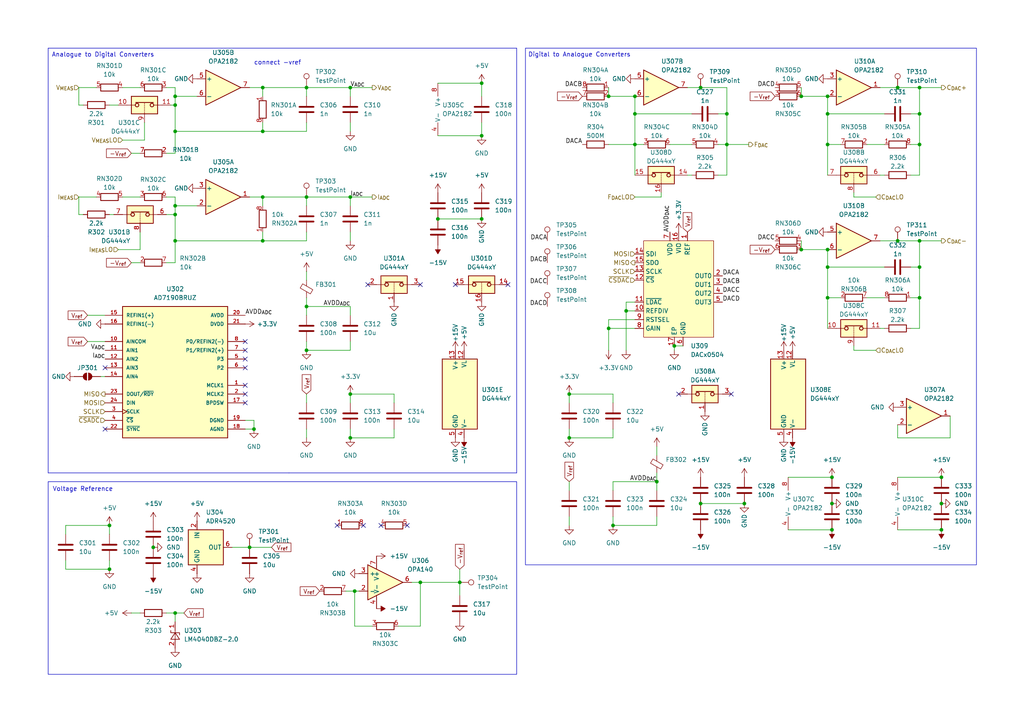
<source format=kicad_sch>
(kicad_sch (version 20231120) (generator "eeschema") (generator_version "8.0")
  (paper "A4")
  (title_block (title "DSMU A1 - Main Analogue Board, Data Converters") (date "2024-08-23") (rev "DRAFT 1") (company "Fuckup Industries"))
  (junction (at 240.03 41.91))
  (junction (at 266.7 69.85))
  (junction (at 139.7 39.37))
  (junction (at 76.2 38.1))
  (junction (at 121.92 168.91))
  (junction (at 210.82 33.02))
  (junction (at 241.3 138.43))
  (junction (at 139.7 63.5))
  (junction (at 266.7 25.4))
  (junction (at 273.05 138.43))
  (junction (at 31.75 152.4))
  (junction (at 181.61 90.17))
  (junction (at 195.58 100.33))
  (junction (at 165.1 114.3))
  (junction (at 102.87 171.45))
  (junction (at 76.2 69.85))
  (junction (at 177.8 152.4))
  (junction (at 88.9 25.4))
  (junction (at 101.6 57.15))
  (junction (at 31.75 165.1))
  (junction (at 184.15 41.91))
  (junction (at 101.6 127))
  (junction (at 203.2 25.4))
  (junction (at 266.7 86.36))
  (junction (at 176.53 27.94))
  (junction (at 190.5 139.7))
  (junction (at 240.03 33.02))
  (junction (at 215.9 146.05))
  (junction (at 240.03 72.39))
  (junction (at 76.2 57.15))
  (junction (at 266.7 41.91))
  (junction (at 72.39 158.75))
  (junction (at 266.7 77.47))
  (junction (at 260.35 69.85))
  (junction (at 232.41 72.39))
  (junction (at 73.66 124.46))
  (junction (at 50.8 177.8))
  (junction (at 232.41 27.94))
  (junction (at 273.05 153.67))
  (junction (at 203.2 146.05))
  (junction (at 273.05 146.05))
  (junction (at 88.9 101.6))
  (junction (at 240.03 27.94))
  (junction (at 44.45 158.75))
  (junction (at 50.8 59.69))
  (junction (at 241.3 146.05))
  (junction (at 88.9 88.9))
  (junction (at 240.03 77.47))
  (junction (at 184.15 33.02))
  (junction (at 50.8 38.1))
  (junction (at 184.15 27.94))
  (junction (at 50.8 27.94))
  (junction (at 101.6 114.3))
  (junction (at 50.8 62.23))
  (junction (at 240.03 86.36))
  (junction (at 88.9 57.15))
  (junction (at 139.7 24.13))
  (junction (at 50.8 69.85))
  (junction (at 127 63.5))
  (junction (at 133.35 168.91))
  (junction (at 176.53 95.25))
  (junction (at 101.6 25.4))
  (junction (at 241.3 153.67))
  (junction (at 165.1 127))
  (junction (at 210.82 41.91))
  (junction (at 50.8 30.48))
  (junction (at 76.2 25.4))
  (junction (at 266.7 33.02))
  (junction (at 260.35 25.4))
  (no_connect (at 118.11 152.4))
  (no_connect (at 106.68 82.55))
  (no_connect (at 196.85 114.3))
  (no_connect (at 30.48 124.46))
  (no_connect (at 71.12 116.84))
  (no_connect (at 30.48 106.68))
  (no_connect (at 121.92 82.55))
  (no_connect (at 105.41 152.4))
  (no_connect (at 71.12 101.6))
  (no_connect (at 212.09 114.3))
  (no_connect (at 97.79 152.4))
  (no_connect (at 110.49 152.4))
  (no_connect (at 147.32 82.55))
  (no_connect (at 71.12 114.3))
  (no_connect (at 132.08 82.55))
  (no_connect (at 71.12 104.14))
  (no_connect (at 71.12 111.76))
  (no_connect (at 71.12 99.06))
  (no_connect (at 71.12 106.68))
  (wire (pts (xy 247.65 57.15) (xy 247.65 55.88)))
  (wire (pts (xy 228.6 153.67) (xy 241.3 153.67)))
  (wire (pts (xy 266.7 77.47) (xy 266.7 86.36)))
  (wire (pts (xy 165.1 114.3) (xy 177.8 114.3)))
  (wire (pts (xy 19.05 152.4) (xy 31.75 152.4)))
  (wire (pts (xy 181.61 101.6) (xy 181.61 90.17)))
  (wire (pts (xy 266.7 69.85) (xy 266.7 77.47)))
  (wire (pts (xy 73.66 121.92) (xy 73.66 124.46)))
  (wire (pts (xy 50.8 57.15) (xy 50.8 59.69)))
  (wire (pts (xy 266.7 41.91) (xy 266.7 50.8)))
  (wire (pts (xy 260.35 69.85) (xy 266.7 69.85)))
  (wire (pts (xy 71.12 121.92) (xy 73.66 121.92)))
  (wire (pts (xy 255.27 25.4) (xy 260.35 25.4)))
  (wire (pts (xy 210.82 25.4) (xy 210.82 33.02)))
  (wire (pts (xy 88.9 88.9) (xy 101.6 88.9)))
  (wire (pts (xy 139.7 35.56) (xy 139.7 39.37)))
  (wire (pts (xy 31.75 162.56) (xy 31.75 165.1)))
  (wire (pts (xy 50.8 177.8) (xy 53.34 177.8)))
  (wire (pts (xy 195.58 101.6) (xy 195.58 100.33)))
  (wire (pts (xy 184.15 41.91) (xy 184.15 33.02)))
  (wire (pts (xy 100.33 171.45) (xy 102.87 171.45)))
  (wire (pts (xy 38.1 44.45) (xy 40.64 44.45)))
  (wire (pts (xy 203.2 25.4) (xy 210.82 25.4)))
  (wire (pts (xy 177.8 139.7) (xy 177.8 142.24)))
  (wire (pts (xy 210.82 33.02) (xy 210.82 41.91)))
  (wire (pts (xy 264.16 33.02) (xy 266.7 33.02)))
  (wire (pts (xy 255.27 69.85) (xy 260.35 69.85)))
  (wire (pts (xy 176.53 101.6) (xy 176.53 95.25)))
  (wire (pts (xy 76.2 69.85) (xy 88.9 69.85)))
  (wire (pts (xy 275.59 127) (xy 275.59 120.65)))
  (wire (pts (xy 50.8 38.1) (xy 76.2 38.1)))
  (wire (pts (xy 38.1 177.8) (xy 40.64 177.8)))
  (wire (pts (xy 88.9 69.85) (xy 88.9 67.31)))
  (wire (pts (xy 181.61 90.17) (xy 181.61 87.63)))
  (wire (pts (xy 88.9 25.4) (xy 101.6 25.4)))
  (wire (pts (xy 255.27 50.8) (xy 256.54 50.8)))
  (wire (pts (xy 184.15 33.02) (xy 184.15 27.94)))
  (wire (pts (xy 264.16 86.36) (xy 266.7 86.36)))
  (wire (pts (xy 31.75 62.23) (xy 33.02 62.23)))
  (wire (pts (xy 22.86 25.4) (xy 22.86 30.48)))
  (wire (pts (xy 195.58 100.33) (xy 198.12 100.33)))
  (wire (pts (xy 19.05 165.1) (xy 31.75 165.1)))
  (wire (pts (xy 88.9 38.1) (xy 88.9 35.56)))
  (wire (pts (xy 264.16 41.91) (xy 266.7 41.91)))
  (wire (pts (xy 101.6 67.31) (xy 101.6 69.85)))
  (wire (pts (xy 101.6 127) (xy 114.3 127)))
  (wire (pts (xy 67.31 158.75) (xy 72.39 158.75)))
  (wire (pts (xy 165.1 114.3) (xy 165.1 116.84)))
  (wire (pts (xy 115.57 181.61) (xy 121.92 181.61)))
  (wire (pts (xy 208.28 41.91) (xy 210.82 41.91)))
  (wire (pts (xy 31.75 152.4) (xy 31.75 154.94)))
  (wire (pts (xy 48.26 25.4) (xy 50.8 25.4)))
  (wire (pts (xy 35.56 57.15) (xy 40.64 57.15)))
  (wire (pts (xy 266.7 25.4) (xy 273.05 25.4)))
  (wire (pts (xy 184.15 92.71) (xy 176.53 92.71)))
  (wire (pts (xy 240.03 33.02) (xy 256.54 33.02)))
  (wire (pts (xy 19.05 152.4) (xy 19.05 154.94)))
  (wire (pts (xy 101.6 57.15) (xy 107.95 57.15)))
  (wire (pts (xy 73.66 124.46) (xy 71.12 124.46)))
  (wire (pts (xy 266.7 33.02) (xy 266.7 41.91)))
  (wire (pts (xy 40.64 72.39) (xy 40.64 67.31)))
  (wire (pts (xy 48.26 62.23) (xy 50.8 62.23)))
  (wire (pts (xy 88.9 127) (xy 88.9 124.46)))
  (wire (pts (xy 176.53 92.71) (xy 176.53 95.25)))
  (wire (pts (xy 232.41 27.94) (xy 240.03 27.94)))
  (wire (pts (xy 177.8 149.86) (xy 177.8 152.4)))
  (wire (pts (xy 177.8 114.3) (xy 177.8 116.84)))
  (wire (pts (xy 190.5 152.4) (xy 190.5 149.86)))
  (wire (pts (xy 50.8 76.2) (xy 48.26 76.2)))
  (wire (pts (xy 127 39.37) (xy 139.7 39.37)))
  (polyline (pts (xy 149.86 13.97) (xy 13.97 13.97)))
  (wire (pts (xy 199.39 50.8) (xy 200.66 50.8)))
  (wire (pts (xy 240.03 86.36) (xy 240.03 77.47)))
  (wire (pts (xy 256.54 86.36) (xy 251.46 86.36)))
  (wire (pts (xy 101.6 114.3) (xy 114.3 114.3)))
  (wire (pts (xy 101.6 35.56) (xy 101.6 38.1)))
  (wire (pts (xy 266.7 95.25) (xy 264.16 95.25)))
  (wire (pts (xy 22.86 25.4) (xy 27.94 25.4)))
  (wire (pts (xy 102.87 171.45) (xy 104.14 171.45)))
  (wire (pts (xy 50.8 25.4) (xy 50.8 27.94)))
  (wire (pts (xy 127 63.5) (xy 139.7 63.5)))
  (wire (pts (xy 88.9 99.06) (xy 88.9 101.6)))
  (wire (pts (xy 88.9 57.15) (xy 76.2 57.15)))
  (wire (pts (xy 50.8 177.8) (xy 48.26 177.8)))
  (wire (pts (xy 139.7 24.13) (xy 139.7 27.94)))
  (wire (pts (xy 19.05 165.1) (xy 19.05 162.56)))
  (polyline (pts (xy 13.97 68.58) (xy 13.97 137.16)))
  (wire (pts (xy 101.6 25.4) (xy 107.95 25.4)))
  (wire (pts (xy 232.41 25.4) (xy 232.41 27.94)))
  (wire (pts (xy 22.86 57.15) (xy 27.94 57.15)))
  (wire (pts (xy 121.92 181.61) (xy 121.92 168.91)))
  (wire (pts (xy 256.54 41.91) (xy 251.46 41.91)))
  (wire (pts (xy 102.87 181.61) (xy 107.95 181.61)))
  (wire (pts (xy 240.03 33.02) (xy 240.03 27.94)))
  (wire (pts (xy 88.9 101.6) (xy 101.6 101.6)))
  (wire (pts (xy 35.56 25.4) (xy 40.64 25.4)))
  (wire (pts (xy 50.8 180.34) (xy 50.8 177.8)))
  (polyline (pts (xy 149.86 137.16) (xy 149.86 13.97)))
  (wire (pts (xy 76.2 38.1) (xy 88.9 38.1)))
  (wire (pts (xy 260.35 138.43) (xy 273.05 138.43)))
  (wire (pts (xy 254 101.6) (xy 247.65 101.6)))
  (wire (pts (xy 254 57.15) (xy 247.65 57.15)))
  (wire (pts (xy 190.5 142.24) (xy 190.5 139.7)))
  (wire (pts (xy 25.4 99.06) (xy 30.48 99.06)))
  (wire (pts (xy 266.7 25.4) (xy 266.7 33.02)))
  (wire (pts (xy 88.9 27.94) (xy 88.9 25.4)))
  (wire (pts (xy 260.35 25.4) (xy 266.7 25.4)))
  (wire (pts (xy 88.9 25.4) (xy 76.2 25.4)))
  (wire (pts (xy 232.41 72.39) (xy 240.03 72.39)))
  (wire (pts (xy 50.8 30.48) (xy 50.8 38.1)))
  (wire (pts (xy 127 24.13) (xy 139.7 24.13)))
  (wire (pts (xy 34.29 72.39) (xy 40.64 72.39)))
  (wire (pts (xy 88.9 59.69) (xy 88.9 57.15)))
  (wire (pts (xy 101.6 114.3) (xy 101.6 116.84)))
  (wire (pts (xy 101.6 101.6) (xy 101.6 99.06)))
  (wire (pts (xy 88.9 88.9) (xy 88.9 91.44)))
  (wire (pts (xy 199.39 25.4) (xy 203.2 25.4)))
  (wire (pts (xy 190.5 129.54) (xy 190.5 132.08)))
  (wire (pts (xy 25.4 91.44) (xy 30.48 91.44)))
  (wire (pts (xy 29.21 109.22) (xy 30.48 109.22)))
  (wire (pts (xy 264.16 77.47) (xy 266.7 77.47)))
  (wire (pts (xy 165.1 124.46) (xy 165.1 127)))
  (wire (pts (xy 50.8 59.69) (xy 57.15 59.69)))
  (wire (pts (xy 50.8 27.94) (xy 50.8 30.48)))
  (wire (pts (xy 184.15 33.02) (xy 200.66 33.02)))
  (wire (pts (xy 88.9 57.15) (xy 101.6 57.15)))
  (wire (pts (xy 121.92 168.91) (xy 133.35 168.91)))
  (wire (pts (xy 228.6 138.43) (xy 241.3 138.43)))
  (wire (pts (xy 240.03 77.47) (xy 240.03 72.39)))
  (wire (pts (xy 181.61 87.63) (xy 184.15 87.63)))
  (wire (pts (xy 72.39 158.75) (xy 78.74 158.75)))
  (wire (pts (xy 240.03 41.91) (xy 240.03 50.8)))
  (wire (pts (xy 101.6 27.94) (xy 101.6 25.4)))
  (wire (pts (xy 200.66 41.91) (xy 194.31 41.91)))
  (wire (pts (xy 48.26 57.15) (xy 50.8 57.15)))
  (wire (pts (xy 240.03 86.36) (xy 240.03 95.25)))
  (polyline (pts (xy 13.97 13.97) (xy 13.97 68.58)))
  (wire (pts (xy 240.03 77.47) (xy 256.54 77.47)))
  (wire (pts (xy 203.2 146.05) (xy 215.9 146.05)))
  (wire (pts (xy 22.86 30.48) (xy 24.13 30.48)))
  (wire (pts (xy 260.35 123.19) (xy 260.35 127)))
  (wire (pts (xy 247.65 101.6) (xy 247.65 100.33)))
  (wire (pts (xy 101.6 59.69) (xy 101.6 57.15)))
  (wire (pts (xy 240.03 41.91) (xy 240.03 33.02)))
  (wire (pts (xy 41.91 40.64) (xy 41.91 35.56)))
  (wire (pts (xy 114.3 114.3) (xy 114.3 116.84)))
  (wire (pts (xy 165.1 139.7) (xy 165.1 142.24)))
  (wire (pts (xy 210.82 50.8) (xy 208.28 50.8)))
  (wire (pts (xy 165.1 149.86) (xy 165.1 152.4)))
  (wire (pts (xy 176.53 95.25) (xy 184.15 95.25)))
  (wire (pts (xy 76.2 69.85) (xy 76.2 67.31)))
  (wire (pts (xy 76.2 38.1) (xy 76.2 35.56)))
  (wire (pts (xy 176.53 25.4) (xy 176.53 27.94)))
  (wire (pts (xy 243.84 41.91) (xy 240.03 41.91)))
  (wire (pts (xy 210.82 41.91) (xy 217.17 41.91)))
  (wire (pts (xy 255.27 95.25) (xy 256.54 95.25)))
  (wire (pts (xy 133.35 165.1) (xy 133.35 168.91)))
  (wire (pts (xy 210.82 41.91) (xy 210.82 50.8)))
  (wire (pts (xy 50.8 44.45) (xy 48.26 44.45)))
  (wire (pts (xy 266.7 50.8) (xy 264.16 50.8)))
  (wire (pts (xy 191.77 57.15) (xy 191.77 55.88)))
  (wire (pts (xy 181.61 90.17) (xy 184.15 90.17)))
  (wire (pts (xy 22.86 57.15) (xy 22.86 62.23)))
  (wire (pts (xy 88.9 86.36) (xy 88.9 88.9)))
  (wire (pts (xy 38.1 76.2) (xy 40.64 76.2)))
  (wire (pts (xy 49.53 30.48) (xy 50.8 30.48)))
  (wire (pts (xy 31.75 30.48) (xy 34.29 30.48)))
  (wire (pts (xy 76.2 25.4) (xy 72.39 25.4)))
  (wire (pts (xy 101.6 91.44) (xy 101.6 88.9)))
  (wire (pts (xy 50.8 38.1) (xy 50.8 44.45)))
  (wire (pts (xy 114.3 127) (xy 114.3 124.46)))
  (wire (pts (xy 177.8 139.7) (xy 190.5 139.7)))
  (wire (pts (xy 176.53 41.91) (xy 184.15 41.91)))
  (wire (pts (xy 50.8 59.69) (xy 50.8 62.23)))
  (wire (pts (xy 50.8 69.85) (xy 76.2 69.85)))
  (wire (pts (xy 22.86 62.23) (xy 24.13 62.23)))
  (wire (pts (xy 101.6 124.46) (xy 101.6 127)))
  (wire (pts (xy 177.8 127) (xy 177.8 124.46)))
  (wire (pts (xy 35.56 40.64) (xy 41.91 40.64)))
  (wire (pts (xy 88.9 114.3) (xy 88.9 116.84)))
  (wire (pts (xy 50.8 62.23) (xy 50.8 69.85)))
  (wire (pts (xy 260.35 127) (xy 275.59 127)))
  (wire (pts (xy 50.8 27.94) (xy 57.15 27.94)))
  (wire (pts (xy 176.53 27.94) (xy 184.15 27.94)))
  (wire (pts (xy 260.35 153.67) (xy 273.05 153.67)))
  (wire (pts (xy 208.28 33.02) (xy 210.82 33.02)))
  (wire (pts (xy 190.5 137.16) (xy 190.5 139.7)))
  (wire (pts (xy 76.2 27.94) (xy 76.2 25.4)))
  (wire (pts (xy 232.41 69.85) (xy 232.41 72.39)))
  (wire (pts (xy 266.7 86.36) (xy 266.7 95.25)))
  (wire (pts (xy 102.87 171.45) (xy 102.87 181.61)))
  (wire (pts (xy 266.7 69.85) (xy 273.05 69.85)))
  (wire (pts (xy 177.8 152.4) (xy 190.5 152.4)))
  (wire (pts (xy 121.92 168.91) (xy 119.38 168.91)))
  (wire (pts (xy 76.2 57.15) (xy 72.39 57.15)))
  (polyline (pts (xy 83.82 137.16) (xy 149.86 137.16)))
  (wire (pts (xy 133.35 168.91) (xy 133.35 172.72)))
  (wire (pts (xy 76.2 59.69) (xy 76.2 57.15)))
  (wire (pts (xy 165.1 127) (xy 177.8 127)))
  (wire (pts (xy 184.15 57.15) (xy 191.77 57.15)))
  (wire (pts (xy 184.15 41.91) (xy 184.15 50.8)))
  (wire (pts (xy 243.84 86.36) (xy 240.03 86.36)))
  (wire (pts (xy 88.9 78.74) (xy 88.9 81.28)))
  (wire (pts (xy 186.69 41.91) (xy 184.15 41.91)))
  (polyline (pts (xy 13.97 137.16) (xy 83.82 137.16)))
  (wire (pts (xy 50.8 69.85) (xy 50.8 76.2)))
  (rectangle (start 152.4 13.97) (end 283.21 163.83))
  (rectangle (start 13.97 139.7) (end 149.86 195.58))
  (text "connect -vref" (at 80.518 18.288 0) (effects (font (size 1.27 1.27))))
  (text "Voltage Reference" (at 15.24 141.224 0) (effects (font (size 1.27 1.27)) (justify left top)))
  (text "Digital to Analogue Converters" (at 153.162 15.24 0) (effects (font (size 1.27 1.27)) (justify left top)))
  (text "Analogue to Digital Converters" (at 14.986 16.002 0) (effects (font (size 1.27 1.27)) (justify left)))
  (label "AVDD_{DAC}" (at 190.5 139.7 180))
  (label "DACB" (at 168.91 25.4 180))
  (label "DACB" (at 158.75 76.2 180))
  (label "AVDD_{DAC}" (at 194.31 67.31 90))
  (label "V_{ADC}" (at 101.6 25.4 0))
  (label "DACC" (at 224.79 69.85 180))
  (label "AVDD_{ADC}" (at 101.6 88.9 180))
  (label "DACA" (at 209.55 80.01 0))
  (label "AVDD_{ADC}" (at 71.12 91.44 0))
  (label "V_{ADC}" (at 30.48 101.6 180))
  (label "DACC" (at 209.55 85.09 0))
  (label "DACC" (at 158.75 82.55 180))
  (label "DACD" (at 224.79 25.4 180))
  (label "DACD" (at 209.55 87.63 0))
  (label "DACA" (at 168.91 41.91 180))
  (label "I_{ADC}" (at 101.6 57.15 0))
  (label "DACB" (at 209.55 82.55 0))
  (label "DACA" (at 158.75 69.85 180))
  (label "DACD" (at 158.75 88.9 180))
  (label "I_{ADC}" (at 30.48 104.14 180))
  (global_label "V_{ref}" (shape input) (at 88.9 114.3 90) (property "Intersheetrefs" "${INTERSHEET_REFS}" (effects (hide yes))))
  (global_label "-V_{ref}" (shape input) (at 224.79 27.94 180) (property "Intersheetrefs" "${INTERSHEET_REFS}" (effects (hide yes))))
  (global_label "V_{ref}" (shape input) (at 165.1 139.7 90) (property "Intersheetrefs" "${INTERSHEET_REFS}" (effects (hide yes))))
  (global_label "V_{ref}" (shape input) (at 199.39 67.31 90) (property "Intersheetrefs" "${INTERSHEET_REFS}" (effects (hide yes))))
  (global_label "-V_{ref}" (shape input) (at 168.91 27.94 180) (property "Intersheetrefs" "${INTERSHEET_REFS}" (effects (hide yes))))
  (global_label "-V_{ref}" (shape input) (at 133.35 165.1 90) (property "Intersheetrefs" "${INTERSHEET_REFS}" (effects (hide yes))))
  (global_label "V_{ref}" (shape input) (at 53.34 177.8 0) (property "Intersheetrefs" "${INTERSHEET_REFS}" (effects (hide yes))))
  (global_label "V_{ref}" (shape input) (at 25.4 99.06 180) (property "Intersheetrefs" "${INTERSHEET_REFS}" (effects (hide yes))))
  (global_label "V_{ref}" (shape input) (at 92.71 171.45 180) (property "Intersheetrefs" "${INTERSHEET_REFS}" (effects (hide yes))))
  (global_label "-V_{ref}" (shape input) (at 38.1 44.45 180) (property "Intersheetrefs" "${INTERSHEET_REFS}" (effects (hide yes))))
  (global_label "-V_{ref}" (shape input) (at 38.1 76.2 180) (property "Intersheetrefs" "${INTERSHEET_REFS}" (effects (hide yes))))
  (global_label "-V_{ref}" (shape input) (at 224.79 72.39 180) (property "Intersheetrefs" "${INTERSHEET_REFS}" (effects (hide yes))))
  (global_label "V_{ref}" (shape input) (at 78.74 158.75 0) (property "Intersheetrefs" "${INTERSHEET_REFS}" (effects (hide yes))))
  (global_label "V_{ref}" (shape input) (at 25.4 91.44 180) (property "Intersheetrefs" "${INTERSHEET_REFS}" (effects (hide yes))))
  (hierarchical_label "V_{MEAS}" (shape input) (at 22.86 25.4 180))
  (hierarchical_label "C_{DAC}LO" (shape input) (at 254 101.6 0))
  (hierarchical_label "I_{MEAS}LO" (shape input) (at 34.29 72.39 180))
  (hierarchical_label "F_{DAC}LO" (shape input) (at 184.15 57.15 180))
  (hierarchical_label "~{CSADC}" (shape input) (at 30.48 121.92 180))
  (hierarchical_label "MISO" (shape output) (at 184.15 76.2 180))
  (hierarchical_label "MISO" (shape output) (at 30.48 114.3 180))
  (hierarchical_label "MOSI" (shape input) (at 184.15 73.66 180))
  (hierarchical_label "F_{DAC}" (shape output) (at 217.17 41.91 0))
  (hierarchical_label "I_{ADC}" (shape output) (at 107.95 57.15 0))
  (hierarchical_label "C_{DAC}LO" (shape input) (at 254 57.15 0))
  (hierarchical_label "SCLK" (shape input) (at 30.48 119.38 180))
  (hierarchical_label "C_{DAC}+" (shape output) (at 273.05 25.4 0))
  (hierarchical_label "V_{ADC}" (shape output) (at 107.95 25.4 0))
  (hierarchical_label "MOSI" (shape input) (at 30.48 116.84 180))
  (hierarchical_label "I_{MEAS}" (shape input) (at 22.86 57.15 180))
  (hierarchical_label "V_{MEAS}LO" (shape input) (at 35.56 40.64 180))
  (hierarchical_label "~{CSDAC}" (shape input) (at 184.15 81.28 180))
  (hierarchical_label "SCLK" (shape input) (at 184.15 78.74 180))
  (hierarchical_label "C_{DAC}-" (shape output) (at 273.05 69.85 0))
  (symbol (lib_id "Connector:TestPoint") (at 88.9 25.4 0) (unit 1)
    (property "Reference" "TP302" (at 91.44 20.8279 0) (effects (justify left)))
    (property "Value" "TestPoint" (at 91.44 23.3679 0) (effects (justify left)))
    (property "Footprint" "Connector_Pin:Pin_D1.0mm_L10.0mm" (effects (hide yes)))
    (property "Description" "test point" (effects (hide yes)))
  )
  (symbol (lib_id "Analog_Switch:DG411xY") (at 41.91 30.48 0) (unit 3)
    (property "Reference" "U301" (at 40.64 35.56 0) (effects (justify right)))
    (property "Value" "DG444xY" (at 40.64 38.1 0) (effects (justify right)))
    (property "Footprint" "Package_SO:SOIC-16_3.9x9.9mm_P1.27mm" (effects (hide yes)))
    (property "Datasheet" "https://datasheets.maximintegrated.com/en/ds/DG411-DG413.pdf" (effects (hide yes)))
    (property "Description" "Quad SPST Monolithic CMOS Analog Switches, normally ON, 17Ohm Ron, SOIC-16" (effects (hide yes)))
  )
  (symbol (lib_id "Connector:TestPoint") (at 72.39 158.75 0) (unit 1)
    (property "Reference" "TP301" (at 74.93 154.1779 0) (effects (justify left)))
    (property "Value" "TestPoint" (at 74.93 156.7179 0) (effects (justify left)))
    (property "Footprint" "Connector_Pin:Pin_D1.0mm_L10.0mm" (effects (hide yes)))
    (property "Description" "test point" (effects (hide yes)))
  )
  (symbol (lib_id "power:GND") (at 195.58 101.6 0) (unit 1)
    (property "Reference" "#PWR0348" (effects (hide yes)))
    (property "Value" "GND" (at 195.58 106.68 0))
  )
  (symbol (lib_id "Device:C") (at 190.5 146.05 0) (unit 1)
    (property "Reference" "C324" (at 194.31 144.78 0) (effects (justify left)))
    (property "Value" "10u" (at 194.31 147.32 0) (effects (justify left)))
    (property "Footprint" "Capacitor_SMD:C_0805_2012Metric" (effects (hide yes)))
  )
  (symbol (lib_id "Device:R_Pack04_Split") (at 76.2 63.5 0) (unit 1)
    (property "Reference" "RN302" (at 78.74 64.77 0) (effects (justify left)))
    (property "Value" "10k" (at 78.74 62.23 0) (effects (justify left)))
    (property "Footprint" "Resistor_SMD:R_Array_Concave_4x0603" (effects (hide yes)))
    (property "Description" "4 resistor network, parallel topology, split" (effects (hide yes)))
  )
  (symbol (lib_id "Device:C") (at 133.35 176.53 0) (unit 1)
    (property "Reference" "C317" (at 137.16 175.26 0) (effects (justify left)))
    (property "Value" "10u" (at 137.16 177.8 0) (effects (justify left)))
    (property "Footprint" "Capacitor_SMD:C_0805_2012Metric" (effects (hide yes)))
  )
  (symbol (lib_name "GND_4") (lib_id "power:GND") (at 133.35 180.34 0) (unit 1)
    (property "Reference" "#PWR0332" (effects (hide yes)))
    (property "Value" "GND" (at 133.35 185.42 0))
    (property "Description" "Power symbol creates a global label with name \"GND\" , ground" (effects (hide yes)))
  )
  (symbol (lib_id "Device:R_Pack04_Split") (at 228.6 25.4 270) (unit 4)
    (property "Reference" "RN305" (at 228.6 20.32 90))
    (property "Value" "10k" (at 228.6 22.86 90))
    (property "Footprint" "Resistor_SMD:R_Array_Concave_4x0603" (effects (hide yes)))
    (property "Description" "4 resistor network, parallel topology, split" (effects (hide yes)))
  )
  (symbol (lib_id "Connector:TestPoint") (at 260.35 69.85 0) (unit 1)
    (property "Reference" "TP311" (at 262.89 65.2779 0) (effects (justify left)))
    (property "Value" "TestPoint" (at 262.89 67.8179 0) (effects (justify left)))
    (property "Footprint" "Connector_Pin:Pin_D1.0mm_L10.0mm" (effects (hide yes)))
    (property "Description" "test point" (effects (hide yes)))
  )
  (symbol (lib_id "OPAx140:OPA140") (at 111.76 168.91 0) (unit 1)
    (property "Reference" "U306" (at 121.92 162.5914 0))
    (property "Value" "OPA140" (at 121.92 165.1314 0))
    (property "Footprint" "Package_SO:SOIC-8_3.9x4.9mm_P1.27mm" (effects (hide yes)))
  )
  (symbol (lib_id "power:+5V") (at 134.62 101.6 0) (unit 1)
    (property "Reference" "#PWR0333" (effects (hide yes)))
    (property "Value" "+5V" (at 134.62 96.52 90))
    (property "Description" "Power symbol creates a global label with name \"+5V\"" (effects (hide yes)))
  )
  (symbol (lib_id "Device:C") (at 165.1 146.05 0) (unit 1)
    (property "Reference" "C321" (at 168.91 144.78 0) (effects (justify left)))
    (property "Value" "100n" (at 168.91 147.32 0) (effects (justify left)))
    (property "Footprint" "Capacitor_SMD:C_0603_1608Metric" (effects (hide yes)))
  )
  (symbol (lib_id "Device:C") (at 127 59.69 0) (unit 1)
    (property "Reference" "C315" (at 130.81 58.42 0) (effects (justify left)))
    (property "Value" "100n" (at 130.81 60.96 0) (effects (justify left)))
    (property "Footprint" "Capacitor_SMD:C_0603_1608Metric" (effects (hide yes)))
  )
  (symbol (lib_id "Device:R_Pack04_Split") (at 260.35 41.91 270) (unit 1)
    (property "Reference" "RN305" (at 260.35 36.83 90))
    (property "Value" "10k" (at 260.35 39.37 90))
    (property "Footprint" "Resistor_SMD:R_Array_Concave_4x0603" (effects (hide yes)))
    (property "Description" "4 resistor network, parallel topology, split" (effects (hide yes)))
  )
  (symbol (lib_id "Device:C") (at 101.6 120.65 0) (unit 1)
    (property "Reference" "C313" (at 105.41 119.38 0) (effects (justify left)))
    (property "Value" "100n" (at 105.41 121.92 0) (effects (justify left)))
    (property "Footprint" "Capacitor_SMD:C_0603_1608Metric" (effects (hide yes)))
  )
  (symbol (lib_name "GND_3") (lib_id "power:GND") (at 30.48 93.98 270) (unit 1)
    (property "Reference" "#PWR0302" (effects (hide yes)))
    (property "Value" "GND" (at 26.67 93.9799 90) (effects (justify right)))
    (property "Description" "Power symbol creates a global label with name \"GND\" , ground" (effects (hide yes)))
  )
  (symbol (lib_id "Device:C") (at 31.75 158.75 0) (unit 1)
    (property "Reference" "C302" (at 35.56 157.48 0) (effects (justify left)))
    (property "Value" "100n" (at 35.56 160.02 0) (effects (justify left)))
    (property "Footprint" "Capacitor_SMD:C_0603_1608Metric" (effects (hide yes)))
  )
  (symbol (lib_id "Device:C") (at 139.7 31.75 0) (unit 1)
    (property "Reference" "C318" (at 143.51 30.48 0) (effects (justify left)))
    (property "Value" "100n" (at 143.51 33.02 0) (effects (justify left)))
    (property "Footprint" "Capacitor_SMD:C_0603_1608Metric" (effects (hide yes)))
  )
  (symbol (lib_id "Connector:TestPoint") (at 158.75 69.85 0) (unit 1)
    (property "Reference" "TP305" (at 161.29 65.2779 0) (effects (justify left)))
    (property "Value" "TestPoint" (at 161.29 67.8179 0) (effects (justify left)))
    (property "Footprint" "Connector_Pin:Pin_D1.0mm_L10.0mm" (effects (hide yes)))
    (property "Description" "test point" (effects (hide yes)))
  )
  (symbol (lib_id "opax182:OPA2182") (at 129.54 31.75 0) (unit 3)
    (property "Reference" "U305" (at 128.27 30.4799 0) (effects (justify left)))
    (property "Value" "OPA2182" (at 128.27 33.0199 0) (effects (justify left)))
    (property "Footprint" "Package_SO:SOIC-8_3.9x4.9mm_P1.27mm" (effects (hide yes)))
    (property "Datasheet" "https://www.ti.com/lit/ds/symlink/opa2145.pdf" (effects (hide yes)))
    (property "Description" "36-V, 5-MHz, Low-Noise, Zero-Drift, MUX-Friendly, Precision Op Amps" (effects (hide yes)))
  )
  (symbol (lib_id "Device:R_Pack04_Split") (at 44.45 25.4 90) (unit 3)
    (property "Reference" "RN301" (at 44.45 20.32 90))
    (property "Value" "10k" (at 44.45 22.86 90))
    (property "Footprint" "Resistor_SMD:R_Array_Concave_4x0603" (effects (hide yes)))
    (property "Description" "4 resistor network, parallel topology, split" (effects (hide yes)))
  )
  (symbol (lib_id "Reference_Voltage:LM4040DBZ-2.0") (at 50.8 184.15 90) (unit 1)
    (property "Reference" "U303" (at 53.34 182.8799 90) (effects (justify right)))
    (property "Value" "LM4040DBZ-2.0" (at 53.34 185.4199 90) (effects (justify right)))
    (property "Footprint" "Package_TO_SOT_SMD:SOT-23" (effects (hide yes)))
    (property "Datasheet" "http://www.ti.com/lit/ds/symlink/lm4040-n.pdf" (effects (hide yes)))
    (property "Description" "2.048V Precision Micropower Shunt Voltage Reference, SOT-23" (effects (hide yes)))
  )
  (symbol (lib_id "Device:R_Pack04_Split") (at 44.45 44.45 90) (unit 2)
    (property "Reference" "RN301" (at 53.848 43.434 90))
    (property "Value" "10k" (at 53.848 45.974 90))
    (property "Footprint" "Resistor_SMD:R_Array_Concave_4x0603" (effects (hide yes)))
    (property "Description" "4 resistor network, parallel topology, split" (effects (hide yes)))
  )
  (symbol (lib_id "opax182:OPA2182") (at 247.65 25.4 0) (unit 1)
    (property "Reference" "U310" (at 247.65 17.78 0) (effects (justify left)))
    (property "Value" "OPA2182" (at 247.65 20.32 0) (effects (justify left)))
    (property "Footprint" "Package_SO:SOIC-8_3.9x4.9mm_P1.27mm" (effects (hide yes)))
    (property "Datasheet" "https://www.ti.com/lit/ds/symlink/opa2145.pdf" (effects (hide yes)))
  )
  (symbol (lib_id "Device:C") (at 165.1 120.65 0) (unit 1)
    (property "Reference" "C320" (at 168.91 119.38 0) (effects (justify left)))
    (property "Value" "100n" (at 168.91 121.92 0) (effects (justify left)))
    (property "Footprint" "Capacitor_SMD:C_0603_1608Metric" (effects (hide yes)))
  )
  (symbol (lib_id "power:GND") (at 181.61 101.6 0) (unit 1)
    (property "Reference" "#PWR0345" (effects (hide yes)))
    (property "Value" "GND" (at 181.61 106.68 0))
  )
  (symbol (lib_id "power:+3.3V") (at 101.6 114.3 0) (unit 1)
    (property "Reference" "#PWR0322" (effects (hide yes)))
    (property "Value" "+3.3V" (at 101.6 109.22 0))
    (property "Description" "Power symbol creates a global label with name \"+3.3V\"" (effects (hide yes)))
  )
  (symbol (lib_id "Device:C") (at 260.35 33.02 90) (unit 1)
    (property "Reference" "C331" (at 260.35 26.67 90))
    (property "Value" "1n" (at 260.35 29.21 90))
    (property "Footprint" "Capacitor_SMD:C_0603_1608Metric" (effects (hide yes)))
  )
  (symbol (lib_id "power:GND") (at 88.9 127 0) (unit 1)
    (property "Reference" "#PWR0319" (effects (hide yes)))
    (property "Value" "GND" (at 88.9 132.08 0))
  )
  (symbol (lib_id "power:GND") (at 273.05 146.05 90) (unit 1)
    (property "Reference" "#PWR0366" (effects (hide yes)))
    (property "Value" "GND" (at 276.86 146.05 90) (effects (justify right)))
  )
  (symbol (lib_id "Device:C") (at 88.9 120.65 0) (unit 1)
    (property "Reference" "C309" (at 92.71 119.38 0) (effects (justify left)))
    (property "Value" "100n" (at 92.71 121.92 0) (effects (justify left)))
    (property "Footprint" "Capacitor_SMD:C_0603_1608Metric" (effects (hide yes)))
  )
  (symbol (lib_id "Device:R_Pack04_Split") (at 228.6 72.39 90) (mirror x) (unit 3)
    (property "Reference" "RN306" (at 228.6 77.47 90))
    (property "Value" "10k" (at 228.6 74.93 90))
    (property "Footprint" "Resistor_SMD:R_Array_Concave_4x0603" (effects (hide yes)))
    (property "Description" "4 resistor network, parallel topology, split" (effects (hide yes)))
  )
  (symbol (lib_name "+5V_2") (lib_id "power:+5V") (at 190.5 129.54 0) (unit 1)
    (property "Reference" "#PWR0347" (effects (hide yes)))
    (property "Value" "+5V" (at 190.5 124.46 0))
    (property "Description" "Power symbol creates a global label with name \"+5V\"" (effects (hide yes)))
  )
  (symbol (lib_id "Device:R_Pack04_Split") (at 114.3 152.4 270) (unit 4)
    (property "Reference" "RN303" (at 114.3 146.05 90))
    (property "Value" "10k" (at 114.3 148.59 90))
    (property "Footprint" "Resistor_SMD:R_Array_Concave_4x0603" (effects (hide yes)))
    (property "Description" "4 resistor network, parallel topology, split" (effects (hide yes)))
  )
  (symbol (lib_id "Jumper:SolderJumper_2_Open") (at 25.4 109.22 180) (unit 1) (exclude_from_sim yes) (in_bom no)
    (property "Reference" "JP301" (at 25.4 106.68 0))
    (property "Value" "SolderJumper_2_Open" (effects (hide yes)))
    (property "Footprint" "Jumper:SolderJumper-2_P1.3mm_Open_RoundedPad1.0x1.5mm" (effects (hide yes)))
    (property "Description" "Solder Jumper, 2-pole, open" (effects (hide yes)))
  )
  (symbol (lib_id "power:-15V") (at 229.87 127 180) (unit 1)
    (property "Reference" "#PWR0358" (effects (hide yes)))
    (property "Value" "-15V" (at 229.87 132.08 90))
  )
  (symbol (lib_id "Reference_Voltage:ADR4520") (at 59.69 158.75 0) (unit 1)
    (property "Reference" "U304" (at 59.69 148.5899 0) (effects (justify left)))
    (property "Value" "ADR4520" (at 59.69 151.1299 0) (effects (justify left)))
    (property "Footprint" "Package_SO:SOIC-8_3.9x4.9mm_P1.27mm" (effects (hide yes)))
    (property "Datasheet" "https://www.analog.com/media/en/technical-documentation/data-sheets/ADR4520_4525_4530_4533_4540_4550.pdf" (effects (hide yes)))
    (property "Description" "2.048V, Ultralow Noise, High Accuracy Voltage Reference, SOIC-8" (effects (hide yes)))
  )
  (symbol (lib_id "Analog_Switch:DG411xY") (at 191.77 50.8 0) (unit 4)
    (property "Reference" "U308" (at 191.77 44.196 0))
    (property "Value" "DG444xY" (at 191.77 46.736 0))
    (property "Footprint" "Package_SO:SOIC-16_3.9x9.9mm_P1.27mm" (effects (hide yes)))
    (property "Datasheet" "https://datasheets.maximintegrated.com/en/ds/DG411-DG413.pdf" (effects (hide yes)))
    (property "Description" "Quad SPST Monolithic CMOS Analog Switches, normally ON, 17Ohm Ron, SOIC-16" (effects (hide yes)))
  )
  (symbol (lib_id "power:GND") (at 44.45 158.75 90) (unit 1)
    (property "Reference" "#PWR0307" (effects (hide yes)))
    (property "Value" "GND" (at 48.26 158.75 90) (effects (justify right)))
  )
  (symbol (lib_id "power:+15V") (at 273.05 138.43 0) (unit 1)
    (property "Reference" "#PWR0365" (effects (hide yes)))
    (property "Value" "+15V" (at 273.05 133.35 0))
  )
  (symbol (lib_id "power:+3.3V") (at 176.53 101.6 180) (unit 1)
    (property "Reference" "#PWR0343" (effects (hide yes)))
    (property "Value" "+3.3V" (at 176.53 106.68 0))
    (property "Description" "Power symbol creates a global label with name \"+3.3V\"" (effects (hide yes)))
  )
  (symbol (lib_id "power:GND") (at 184.15 22.86 270) (unit 1)
    (property "Reference" "#PWR0346" (effects (hide yes)))
    (property "Value" "GND" (at 181.61 22.86 90) (effects (justify right)))
  )
  (symbol (lib_id "power:GND") (at 177.8 152.4 0) (unit 1)
    (property "Reference" "#PWR0344" (effects (hide yes)))
    (property "Value" "GND" (at 177.8 157.48 0))
  )
  (symbol (lib_id "Device:R_Pack04_Split") (at 190.5 41.91 270) (mirror x) (unit 3)
    (property "Reference" "RN304" (at 190.5 36.83 90))
    (property "Value" "10k" (at 190.5 39.37 90))
    (property "Footprint" "Resistor_SMD:R_Array_Concave_4x0603" (effects (hide yes)))
    (property "Description" "4 resistor network, parallel topology, split" (effects (hide yes)))
  )
  (symbol (lib_id "Device:C") (at 44.45 162.56 0) (unit 1)
    (property "Reference" "C304" (at 48.26 161.29 0) (effects (justify left)))
    (property "Value" "100n" (at 48.26 163.83 0) (effects (justify left)))
    (property "Footprint" "Capacitor_SMD:C_0603_1608Metric" (effects (hide yes)))
  )
  (symbol (lib_id "power:-15V") (at 44.45 166.37 180) (unit 1)
    (property "Reference" "#PWR0308" (effects (hide yes)))
    (property "Value" "-15V" (at 44.45 171.45 0))
  )
  (symbol (lib_id "Device:R") (at 260.35 95.25 90) (unit 1)
    (property "Reference" "R307" (at 260.35 90.17 90))
    (property "Value" "2.2k" (at 260.35 92.71 90))
    (property "Footprint" "Resistor_SMD:R_0603_1608Metric" (effects (hide yes)))
  )
  (symbol (lib_id "Device:R_Pack04_Split") (at 76.2 31.75 180) (unit 1)
    (property "Reference" "RN301" (at 78.486 30.48 0) (effects (justify right)))
    (property "Value" "10k" (at 78.486 33.02 0) (effects (justify right)))
    (property "Footprint" "Resistor_SMD:R_Array_Concave_4x0603" (effects (hide yes)))
    (property "Description" "4 resistor network, parallel topology, split" (effects (hide yes)))
  )
  (symbol (lib_id "power:GND") (at 241.3 146.05 90) (unit 1)
    (property "Reference" "#PWR0362" (effects (hide yes)))
    (property "Value" "GND" (at 245.11 146.05 90) (effects (justify right)))
  )
  (symbol (lib_id "Device:R_Pack04_Split") (at 44.45 57.15 270) (mirror x) (unit 3)
    (property "Reference" "RN302" (at 44.45 52.07 90))
    (property "Value" "10k" (at 44.45 54.61 90))
    (property "Footprint" "Resistor_SMD:R_Array_Concave_4x0603" (effects (hide yes)))
    (property "Description" "4 resistor network, parallel topology, split" (effects (hide yes)))
  )
  (symbol (lib_id "power:+15V") (at 127 55.88 0) (unit 1)
    (property "Reference" "#PWR0328" (effects (hide yes)))
    (property "Value" "+15V" (at 127 50.8 0))
  )
  (symbol (lib_id "power:GND") (at 114.3 87.63 0) (unit 1)
    (property "Reference" "#PWR0327" (effects (hide yes)))
    (property "Value" "GND" (at 114.3 92.71 90))
  )
  (symbol (lib_id "Device:R_Pack04_Split") (at 228.6 27.94 270) (mirror x) (unit 3)
    (property "Reference" "RN305" (at 228.6 33.02 90))
    (property "Value" "10k" (at 228.6 30.48 90))
    (property "Footprint" "Resistor_SMD:R_Array_Concave_4x0603" (effects (hide yes)))
    (property "Description" "4 resistor network, parallel topology, split" (effects (hide yes)))
  )
  (symbol (lib_name "GND_4") (lib_id "power:GND") (at 72.39 166.37 0) (unit 1)
    (property "Reference" "#PWR0315" (effects (hide yes)))
    (property "Value" "GND" (at 72.39 171.45 0))
    (property "Description" "Power symbol creates a global label with name \"GND\" , ground" (effects (hide yes)))
  )
  (symbol (lib_id "Device:FerriteBead_Small") (at 190.5 134.62 0) (unit 1)
    (property "Reference" "FB302" (at 193.04 133.3118 0) (effects (justify left)))
    (property "Value" "FerriteBead_Small" (effects (hide yes)))
    (property "Footprint" "Inductor_SMD:L_0603_1608Metric" (effects (hide yes)))
    (property "Description" "Ferrite bead, small symbol" (effects (hide yes)))
  )
  (symbol (lib_id "power:+15V") (at 109.22 161.29 270) (unit 1)
    (property "Reference" "#PWR0325" (effects (hide yes)))
    (property "Value" "+15V" (at 113.03 161.2899 90) (effects (justify left)))
  )
  (symbol (lib_id "power:GND") (at 101.6 127 0) (unit 1)
    (property "Reference" "#PWR0323" (effects (hide yes)))
    (property "Value" "GND" (at 101.6 132.08 0))
  )
  (symbol (lib_id "opax182:OPA2182") (at 191.77 25.4 0) (unit 2)
    (property "Reference" "U307" (at 191.77 17.78 0) (effects (justify left)))
    (property "Value" "OPA2182" (at 191.77 20.32 0) (effects (justify left)))
    (property "Footprint" "Package_SO:SOIC-8_3.9x4.9mm_P1.27mm" (effects (hide yes)))
    (property "Datasheet" "https://www.ti.com/lit/ds/symlink/opa2145.pdf" (effects (hide yes)))
  )
  (symbol (lib_id "Connector:TestPoint") (at 260.35 25.4 0) (unit 1)
    (property "Reference" "TP310" (at 262.89 20.8279 0) (effects (justify left)))
    (property "Value" "TestPoint" (at 262.89 23.3679 0) (effects (justify left)))
    (property "Footprint" "Connector_Pin:Pin_D1.0mm_L10.0mm" (effects (hide yes)))
    (property "Description" "test point" (effects (hide yes)))
  )
  (symbol (lib_id "AD7190BRUZ:AD7190BRUZ") (at 50.8 106.68 0) (unit 1)
    (property "Reference" "U302" (at 50.8 83.82 0))
    (property "Value" "AD7190BRUZ" (at 50.8 86.36 0))
    (property "Footprint" "AD7190:SOP65P640X120-24N" (effects (hide yes)))
    (property "MANUFACTURER" "Analog Devices" (effects (hide yes)))
  )
  (symbol (lib_id "Device:R_Pack04_Split") (at 96.52 171.45 270) (unit 2)
    (property "Reference" "RN303" (at 96.52 177.8 90))
    (property "Value" "10k" (at 96.52 175.26 90))
    (property "Footprint" "Resistor_SMD:R_Array_Concave_4x0603" (effects (hide yes)))
    (property "Description" "4 resistor network, parallel topology, split" (effects (hide yes)))
  )
  (symbol (lib_id "Device:R_Pack04_Split") (at 44.45 76.2 270) (mirror x) (unit 2)
    (property "Reference" "RN302" (at 52.07 74.93 90) (effects (justify left)))
    (property "Value" "10k" (at 52.07 77.47 90) (effects (justify left)))
    (property "Footprint" "Resistor_SMD:R_Array_Concave_4x0603" (effects (hide yes)))
    (property "Description" "4 resistor network, parallel topology, split" (effects (hide yes)))
  )
  (symbol (lib_id "power:-15V") (at 134.62 127 180) (unit 1)
    (property "Reference" "#PWR0334" (effects (hide yes)))
    (property "Value" "-15V" (at 134.62 132.08 90))
  )
  (symbol (lib_id "power:GND") (at 88.9 101.6 0) (unit 1)
    (property "Reference" "#PWR0318" (effects (hide yes)))
    (property "Value" "GND" (at 88.9 106.68 0))
  )
  (symbol (lib_name "+5V_1") (lib_id "power:+5V") (at 57.15 151.13 0) (unit 1)
    (property "Reference" "#PWR0312" (effects (hide yes)))
    (property "Value" "+5V" (at 57.15 146.05 0))
    (property "Description" "Power symbol creates a global label with name \"+5V\"" (effects (hide yes)))
  )
  (symbol (lib_id "power:GND") (at 57.15 22.86 270) (unit 1)
    (property "Reference" "#PWR0310" (effects (hide yes)))
    (property "Value" "GND" (at 54.61 22.86 90) (effects (justify right)))
  )
  (symbol (lib_id "Device:R") (at 27.94 30.48 90) (mirror x) (unit 1)
    (property "Reference" "R301" (at 27.94 35.56 90))
    (property "Value" "2.2k" (at 27.94 33.02 90))
    (property "Footprint" "Resistor_SMD:R_0603_1608Metric" (effects (hide yes)))
  )
  (symbol (lib_name "GND_4") (lib_id "power:GND") (at 57.15 166.37 0) (unit 1)
    (property "Reference" "#PWR0313" (effects (hide yes)))
    (property "Value" "GND" (at 57.15 171.45 0))
    (property "Description" "Power symbol creates a global label with name \"GND\" , ground" (effects (hide yes)))
  )
  (symbol (lib_id "Device:R_Pack04_Split") (at 31.75 57.15 270) (unit 4)
    (property "Reference" "RN302" (at 31.75 51.816 90))
    (property "Value" "10k" (at 31.75 54.356 90))
    (property "Footprint" "Resistor_SMD:R_Array_Concave_4x0603" (effects (hide yes)))
    (property "Description" "4 resistor network, parallel topology, split" (effects (hide yes)))
  )
  (symbol (lib_id "power:-15V") (at 241.3 153.67 180) (unit 1)
    (property "Reference" "#PWR0363" (effects (hide yes)))
    (property "Value" "-15V" (at 241.3 158.75 0))
  )
  (symbol (lib_id "power:GND") (at 57.15 54.61 270) (unit 1)
    (property "Reference" "#PWR0311" (effects (hide yes)))
    (property "Value" "GND" (at 54.61 54.61 90) (effects (justify right)))
  )
  (symbol (lib_id "power:-15V") (at 273.05 153.67 180) (unit 1)
    (property "Reference" "#PWR0367" (effects (hide yes)))
    (property "Value" "-15V" (at 273.05 158.75 0))
  )
  (symbol (lib_id "Connector:TestPoint") (at 203.2 25.4 0) (unit 1)
    (property "Reference" "TP309" (at 205.74 20.8279 0) (effects (justify left)))
    (property "Value" "TestPoint" (at 205.74 23.3679 0) (effects (justify left)))
    (property "Footprint" "Connector_Pin:Pin_D1.0mm_L10.0mm" (effects (hide yes)))
    (property "Description" "test point" (effects (hide yes)))
  )
  (symbol (lib_id "opax182:OPA2182") (at 267.97 120.65 0) (unit 1)
    (property "Reference" "U307" (at 267.97 113.03 0) (effects (justify left)))
    (property "Value" "OPA2182" (at 267.97 115.57 0) (effects (justify left)))
    (property "Footprint" "Package_SO:SOIC-8_3.9x4.9mm_P1.27mm" (effects (hide yes)))
    (property "Datasheet" "https://www.ti.com/lit/ds/symlink/opa2145.pdf" (effects (hide yes)))
  )
  (symbol (lib_id "power:-15V") (at 127 71.12 180) (unit 1)
    (property "Reference" "#PWR0329" (effects (hide yes)))
    (property "Value" "-15V" (at 127 76.2 0))
  )
  (symbol (lib_id "power:+5V") (at 139.7 24.13 0) (unit 1)
    (property "Reference" "#PWR0335" (effects (hide yes)))
    (property "Value" "+5V" (at 139.7 19.05 0))
  )
  (symbol (lib_id "Device:C") (at 88.9 31.75 0) (unit 1)
    (property "Reference" "C306" (at 92.71 30.4799 0) (effects (justify left)))
    (property "Value" "1n" (at 92.71 33.0199 0) (effects (justify left)))
    (property "Footprint" "Capacitor_SMD:C_0603_1608Metric" (effects (hide yes)))
    (property "Description" "Unpolarized capacitor" (effects (hide yes)))
  )
  (symbol (lib_id "power:GND") (at 31.75 165.1 0) (unit 1)
    (property "Reference" "#PWR0304" (effects (hide yes)))
    (property "Value" "GND" (at 31.75 170.18 0))
  )
  (symbol (lib_id "Device:C") (at 72.39 162.56 0) (unit 1)
    (property "Reference" "C305" (at 76.2 161.29 0) (effects (justify left)))
    (property "Value" "10u" (at 76.2 163.83 0) (effects (justify left)))
    (property "Footprint" "Capacitor_SMD:C_0805_2012Metric" (effects (hide yes)))
  )
  (symbol (lib_id "Device:R_Pack04_Split") (at 247.65 41.91 90) (mirror x) (unit 2)
    (property "Reference" "RN305" (at 247.65 36.83 90))
    (property "Value" "10k" (at 247.65 39.37 90))
    (property "Footprint" "Resistor_SMD:R_Array_Concave_4x0603" (effects (hide yes)))
    (property "Description" "4 resistor network, parallel topology, split" (effects (hide yes)))
  )
  (symbol (lib_id "Device:R_Pack04_Split") (at 204.47 41.91 90) (mirror x) (unit 4)
    (property "Reference" "RN304" (at 204.47 36.83 90))
    (property "Value" "10k" (at 204.47 39.37 90))
    (property "Footprint" "Resistor_SMD:R_Array_Concave_4x0603" (effects (hide yes)))
    (property "Description" "4 resistor network, parallel topology, split" (effects (hide yes)))
  )
  (symbol (lib_id "Connector:TestPoint") (at 158.75 76.2 0) (unit 1)
    (property "Reference" "TP306" (at 161.29 71.6279 0) (effects (justify left)))
    (property "Value" "TestPoint" (at 161.29 74.1679 0) (effects (justify left)))
    (property "Footprint" "Connector_Pin:Pin_D1.0mm_L10.0mm" (effects (hide yes)))
    (property "Description" "test point" (effects (hide yes)))
  )
  (symbol (lib_name "GND_1") (lib_id "power:GND") (at 101.6 38.1 0) (unit 1)
    (property "Reference" "#PWR0320" (effects (hide yes)))
    (property "Value" "GND" (at 101.6 43.18 0))
    (property "Description" "Power symbol creates a global label with name \"GND\" , ground" (effects (hide yes)))
  )
  (symbol (lib_id "power:GND") (at 240.03 67.31 270) (unit 1)
    (property "Reference" "#PWR0360" (effects (hide yes)))
    (property "Value" "GND" (at 237.49 67.31 90) (effects (justify right)))
  )
  (symbol (lib_id "DACx0504:DACx0504") (at 196.85 83.82 0) (unit 1)
    (property "Reference" "U309" (at 200.3141 100.33 0) (effects (justify left)))
    (property "Value" "DACx0504" (at 200.3141 102.87 0) (effects (justify left)))
    (property "Footprint" "Package_DFN_QFN:WQFN-16-1EP_3x3mm_P0.5mm_EP1.68x1.68mm_ThermalVias" (effects (hide yes)))
    (property "Datasheet" "https://www.ti.com/lit/ds/symlink/dac80504.pdf" (effects (hide yes)))
  )
  (symbol (lib_id "Device:R") (at 44.45 177.8 90) (mirror x) (unit 1)
    (property "Reference" "R303" (at 44.45 182.88 90))
    (property "Value" "2.2k" (at 44.45 180.34 90))
    (property "Footprint" "Resistor_SMD:R_0603_1608Metric" (effects (hide yes)))
  )
  (symbol (lib_id "power:-15V") (at 109.22 176.53 270) (unit 1)
    (property "Reference" "#PWR0326" (effects (hide yes)))
    (property "Value" "-15V" (at 113.03 176.5299 90) (effects (justify left)))
  )
  (symbol (lib_id "Device:C") (at 19.05 158.75 0) (unit 1)
    (property "Reference" "C301" (at 22.86 157.48 0) (effects (justify left)))
    (property "Value" "10u" (at 22.86 160.02 0) (effects (justify left)))
    (property "Footprint" "Capacitor_SMD:C_0805_2012Metric" (effects (hide yes)))
  )
  (symbol (lib_name "GND_1") (lib_id "power:GND") (at 101.6 69.85 0) (unit 1)
    (property "Reference" "#PWR0321" (effects (hide yes)))
    (property "Value" "GND" (at 101.6 74.93 0))
    (property "Description" "Power symbol creates a global label with name \"GND\" , ground" (effects (hide yes)))
  )
  (symbol (lib_id "Device:R") (at 172.72 41.91 90) (unit 1)
    (property "Reference" "R304" (at 172.72 36.83 90))
    (property "Value" "500M" (at 172.72 39.37 90))
    (property "Footprint" "Resistor_SMD:R_1206_3216Metric" (effects (hide yes)))
  )
  (symbol (lib_id "power:+15V") (at 227.33 101.6 0) (unit 1)
    (property "Reference" "#PWR0355" (effects (hide yes)))
    (property "Value" "+15V" (at 227.33 96.52 90))
  )
  (symbol (lib_id "power:+15V") (at 132.08 101.6 0) (unit 1)
    (property "Reference" "#PWR0330" (effects (hide yes)))
    (property "Value" "+15V" (at 132.08 96.52 90))
  )
  (symbol (lib_id "Analog_Switch:DG411xY") (at 40.64 62.23 0) (mirror y) (unit 2)
    (property "Reference" "U301" (at 37.846 67.31 0) (effects (justify left)))
    (property "Value" "DG444xY" (at 37.846 69.85 0) (effects (justify left)))
    (property "Footprint" "Package_SO:SOIC-16_3.9x9.9mm_P1.27mm" (effects (hide yes)))
    (property "Datasheet" "https://datasheets.maximintegrated.com/en/ds/DG411-DG413.pdf" (effects (hide yes)))
    (property "Description" "Quad SPST Monolithic CMOS Analog Switches, normally ON, 17Ohm Ron, SOIC-16" (effects (hide yes)))
  )
  (symbol (lib_id "Device:C") (at 203.2 149.86 0) (unit 1)
    (property "Reference" "C326" (at 207.01 148.59 0) (effects (justify left)))
    (property "Value" "100n" (at 207.01 151.13 0) (effects (justify left)))
    (property "Footprint" "Capacitor_SMD:C_0603_1608Metric" (effects (hide yes)))
  )
  (symbol (lib_id "power:+5V") (at 229.87 101.6 0) (unit 1)
    (property "Reference" "#PWR0357" (effects (hide yes)))
    (property "Value" "+5V" (at 229.87 96.52 90))
    (property "Description" "Power symbol creates a global label with name \"+5V\"" (effects (hide yes)))
  )
  (symbol (lib_id "Device:R_Pack04_Split") (at 101.6 152.4 270) (unit 1)
    (property "Reference" "RN303" (at 101.6 146.05 90))
    (property "Value" "10k" (at 101.6 148.59 90))
    (property "Footprint" "Resistor_SMD:R_Array_Concave_4x0603" (effects (hide yes)))
    (property "Description" "4 resistor network, parallel topology, split" (effects (hide yes)))
  )
  (symbol (lib_id "power:GND") (at 139.7 63.5 0) (unit 1)
    (property "Reference" "#PWR0338" (effects (hide yes)))
    (property "Value" "GND" (at 139.7 68.58 90))
  )
  (symbol (lib_name "+5V_2") (lib_id "power:+5V") (at 31.75 152.4 0) (unit 1)
    (property "Reference" "#PWR0303" (effects (hide yes)))
    (property "Value" "+5V" (at 31.75 147.32 0))
    (property "Description" "Power symbol creates a global label with name \"+5V\"" (effects (hide yes)))
  )
  (symbol (lib_id "Device:C") (at 241.3 142.24 0) (unit 1)
    (property "Reference" "C329" (at 245.11 140.97 0) (effects (justify left)))
    (property "Value" "100n" (at 245.11 143.51 0) (effects (justify left)))
    (property "Footprint" "Capacitor_SMD:C_0603_1608Metric" (effects (hide yes)))
  )
  (symbol (lib_name "GND_3") (lib_id "power:GND") (at 21.59 109.22 270) (unit 1)
    (property "Reference" "#PWR0301" (effects (hide yes)))
    (property "Value" "GND" (at 19.05 109.22 90) (effects (justify right)))
    (property "Description" "Power symbol creates a global label with name \"GND\" , ground" (effects (hide yes)))
  )
  (symbol (lib_id "Device:C") (at 177.8 120.65 0) (unit 1)
    (property "Reference" "C322" (at 181.61 119.38 0) (effects (justify left)))
    (property "Value" "10u" (at 181.61 121.92 0) (effects (justify left)))
    (property "Footprint" "Capacitor_SMD:C_0805_2012Metric" (effects (hide yes)))
  )
  (symbol (lib_id "Connector:TestPoint") (at 158.75 88.9 0) (unit 1)
    (property "Reference" "TP308" (at 161.29 84.3279 0) (effects (justify left)))
    (property "Value" "TestPoint" (at 161.29 86.8679 0) (effects (justify left)))
    (property "Footprint" "Connector_Pin:Pin_D1.0mm_L10.0mm" (effects (hide yes)))
    (property "Description" "test point" (effects (hide yes)))
  )
  (symbol (lib_name "GND_4") (lib_id "power:GND") (at 50.8 187.96 0) (unit 1)
    (property "Reference" "#PWR0309" (effects (hide yes)))
    (property "Value" "GND" (at 50.8 193.04 0))
    (property "Description" "Power symbol creates a global label with name \"GND\" , ground" (effects (hide yes)))
  )
  (symbol (lib_id "power:GND") (at 165.1 127 0) (unit 1)
    (property "Reference" "#PWR0341" (effects (hide yes)))
    (property "Value" "GND" (at 165.1 132.08 0))
  )
  (symbol (lib_id "opax182:OPA2182") (at 64.77 57.15 0) (unit 1)
    (property "Reference" "U305" (at 64.77 46.99 0))
    (property "Value" "OPA2182" (at 64.77 49.53 0))
    (property "Footprint" "Package_SO:SOIC-8_3.9x4.9mm_P1.27mm" (effects (hide yes)))
    (property "Datasheet" "https://www.ti.com/lit/ds/symlink/opa2145.pdf" (effects (hide yes)))
    (property "Description" "36-V, 5-MHz, Low-Noise, Zero-Drift, MUX-Friendly, Precision Op Amps" (effects (hide yes)))
  )
  (symbol (lib_name "+5V_2") (lib_id "power:+5V") (at 38.1 177.8 90) (unit 1)
    (property "Reference" "#PWR0305" (effects (hide yes)))
    (property "Value" "+5V" (at 34.29 177.7999 90) (effects (justify left)))
    (property "Description" "Power symbol creates a global label with name \"+5V\"" (effects (hide yes)))
  )
  (symbol (lib_id "Device:C") (at 204.47 33.02 90) (unit 1)
    (property "Reference" "C327" (at 204.47 26.67 90))
    (property "Value" "1n" (at 204.47 29.21 90))
    (property "Footprint" "Capacitor_SMD:C_0603_1608Metric" (effects (hide yes)))
  )
  (symbol (lib_id "Device:C") (at 215.9 142.24 0) (unit 1)
    (property "Reference" "C328" (at 219.71 140.97 0) (effects (justify left)))
    (property "Value" "100n" (at 219.71 143.51 0) (effects (justify left)))
    (property "Footprint" "Capacitor_SMD:C_0603_1608Metric" (effects (hide yes)))
  )
  (symbol (lib_id "Device:C") (at 273.05 142.24 0) (unit 1)
    (property "Reference" "C333" (at 276.86 140.97 0) (effects (justify left)))
    (property "Value" "100n" (at 276.86 143.51 0) (effects (justify left)))
    (property "Footprint" "Capacitor_SMD:C_0603_1608Metric" (effects (hide yes)))
  )
  (symbol (lib_id "Device:R_Pack04_Split") (at 172.72 27.94 90) (mirror x) (unit 2)
    (property "Reference" "RN304" (at 172.72 30.48 90))
    (property "Value" "10k" (at 172.72 33.02 90))
    (property "Footprint" "Resistor_SMD:R_Array_Concave_4x0603" (effects (hide yes)))
    (property "Description" "4 resistor network, parallel topology, split" (effects (hide yes)))
  )
  (symbol (lib_id "power:GND") (at 132.08 127 0) (unit 1)
    (property "Reference" "#PWR0331" (effects (hide yes)))
    (property "Value" "GND" (at 132.08 132.08 90))
  )
  (symbol (lib_id "power:+15V") (at 241.3 138.43 0) (unit 1)
    (property "Reference" "#PWR0361" (effects (hide yes)))
    (property "Value" "+15V" (at 241.3 133.35 0))
  )
  (symbol (lib_id "Device:R") (at 204.47 50.8 90) (unit 1)
    (property "Reference" "R305" (at 204.47 45.72 90))
    (property "Value" "2.2k" (at 204.47 48.26 90))
    (property "Footprint" "Resistor_SMD:R_0603_1608Metric" (effects (hide yes)))
  )
  (symbol (lib_id "Analog_Switch:DG411xY") (at 227.33 114.3 0) (unit 5)
    (property "Reference" "U308" (at 234.95 113.0299 0) (effects (justify left)))
    (property "Value" "DG444xY" (at 234.95 115.5699 0) (effects (justify left)))
    (property "Footprint" "Package_SO:SOIC-16_3.9x9.9mm_P1.27mm" (effects (hide yes)))
    (property "Datasheet" "https://datasheets.maximintegrated.com/en/ds/DG411-DG413.pdf" (effects (hide yes)))
    (property "Description" "Quad SPST Monolithic CMOS Analog Switches, normally ON, 17Ohm Ron, SOIC-16" (effects (hide yes)))
  )
  (symbol (lib_name "+5V_2") (lib_id "power:+5V") (at 88.9 78.74 0) (unit 1)
    (property "Reference" "#PWR0317" (effects (hide yes)))
    (property "Value" "+5V" (at 88.9 73.66 0))
    (property "Description" "Power symbol creates a global label with name \"+5V\"" (effects (hide yes)))
  )
  (symbol (lib_id "Device:C") (at 203.2 142.24 0) (unit 1)
    (property "Reference" "C325" (at 207.01 140.97 0) (effects (justify left)))
    (property "Value" "100n" (at 207.01 143.51 0) (effects (justify left)))
    (property "Footprint" "Capacitor_SMD:C_0603_1608Metric" (effects (hide yes)))
  )
  (symbol (lib_id "Device:C") (at 177.8 146.05 0) (unit 1)
    (property "Reference" "C323" (at 181.61 144.78 0) (effects (justify left)))
    (property "Value" "100n" (at 181.61 147.32 0) (effects (justify left)))
    (property "Footprint" "Capacitor_SMD:C_0603_1608Metric" (effects (hide yes)))
  )
  (symbol (lib_id "Device:C") (at 273.05 149.86 0) (unit 1)
    (property "Reference" "C334" (at 276.86 148.59 0) (effects (justify left)))
    (property "Value" "100n" (at 276.86 151.13 0) (effects (justify left)))
    (property "Footprint" "Capacitor_SMD:C_0603_1608Metric" (effects (hide yes)))
  )
  (symbol (lib_id "Connector:TestPoint") (at 133.35 168.91 270) (unit 1)
    (property "Reference" "TP304" (at 138.43 167.6399 90) (effects (justify left)))
    (property "Value" "TestPoint" (at 138.43 170.1799 90) (effects (justify left)))
    (property "Footprint" "Connector_Pin:Pin_D1.0mm_L10.0mm" (effects (hide yes)))
    (property "Description" "test point" (effects (hide yes)))
  )
  (symbol (lib_id "Device:R_Pack04_Split") (at 31.75 25.4 90) (mirror x) (unit 4)
    (property "Reference" "RN301" (at 31.75 19.05 90))
    (property "Value" "10k" (at 31.75 21.59 90))
    (property "Footprint" "Resistor_SMD:R_Array_Concave_4x0603" (effects (hide yes)))
    (property "Description" "4 resistor network, parallel topology, split" (effects (hide yes)))
  )
  (symbol (lib_id "Analog_Switch:DG411xY") (at 139.7 82.55 0) (unit 4)
    (property "Reference" "U301" (at 139.7 74.93 0))
    (property "Value" "DG444xY" (at 139.7 77.47 0))
    (property "Footprint" "Package_SO:SOIC-16_3.9x9.9mm_P1.27mm" (effects (hide yes)))
    (property "Datasheet" "https://datasheets.maximintegrated.com/en/ds/DG411-DG413.pdf" (effects (hide yes)))
    (property "Description" "Quad SPST Monolithic CMOS Analog Switches, normally ON, 17Ohm Ron, SOIC-16" (effects (hide yes)))
  )
  (symbol (lib_id "Device:C") (at 101.6 31.75 0) (unit 1)
    (property "Reference" "C310" (at 105.41 30.4799 0) (effects (justify left)))
    (property "Value" "1n" (at 105.41 33.0199 0) (effects (justify left)))
    (property "Footprint" "Capacitor_SMD:C_0603_1608Metric" (effects (hide yes)))
    (property "Description" "Unpolarized capacitor" (effects (hide yes)))
  )
  (symbol (lib_id "Device:C") (at 139.7 59.69 0) (unit 1)
    (property "Reference" "C319" (at 143.51 58.42 0) (effects (justify left)))
    (property "Value" "100n" (at 143.51 60.96 0) (effects (justify left)))
    (property "Footprint" "Capacitor_SMD:C_0603_1608Metric" (effects (hide yes)))
  )
  (symbol (lib_id "power:GND") (at 227.33 127 0) (unit 1)
    (property "Reference" "#PWR0356" (effects (hide yes)))
    (property "Value" "GND" (at 227.33 132.08 90))
  )
  (symbol (lib_id "Device:FerriteBead_Small") (at 88.9 83.82 0) (unit 1)
    (property "Reference" "FB301" (at 91.44 82.5118 0) (effects (justify left)))
    (property "Value" "FerriteBead_Small" (effects (hide yes)))
    (property "Footprint" "Inductor_SMD:L_0603_1608Metric" (effects (hide yes)))
    (property "Description" "Ferrite bead, small symbol" (effects (hide yes)))
  )
  (symbol (lib_id "Device:R_Pack04_Split") (at 260.35 86.36 90) (mirror x) (unit 1)
    (property "Reference" "RN306" (at 260.35 81.28 90))
    (property "Value" "10k" (at 260.35 83.82 90))
    (property "Footprint" "Resistor_SMD:R_Array_Concave_4x0603" (effects (hide yes)))
    (property "Description" "4 resistor network, parallel topology, split" (effects (hide yes)))
  )
  (symbol (lib_id "Device:C") (at 44.45 154.94 0) (unit 1)
    (property "Reference" "C303" (at 48.26 153.67 0) (effects (justify left)))
    (property "Value" "100n" (at 48.26 156.21 0) (effects (justify left)))
    (property "Footprint" "Capacitor_SMD:C_0603_1608Metric" (effects (hide yes)))
  )
  (symbol (lib_id "power:GND") (at 260.35 118.11 270) (unit 1)
    (property "Reference" "#PWR0364" (effects (hide yes)))
    (property "Value" "GND" (at 256.54 118.11 90) (effects (justify right)))
  )
  (symbol (lib_id "power:GND") (at 204.47 119.38 0) (unit 1)
    (property "Reference" "#PWR0352" (effects (hide yes)))
    (property "Value" "GND" (at 204.47 124.46 90))
  )
  (symbol (lib_name "GND_1") (lib_id "power:GND") (at 139.7 39.37 0) (unit 1)
    (property "Reference" "#PWR0336" (effects (hide yes)))
    (property "Value" "GND" (at 139.7 44.45 0))
    (property "Description" "Power symbol creates a global label with name \"GND\" , ground" (effects (hide yes)))
  )
  (symbol (lib_id "power:GND") (at 240.03 22.86 270) (unit 1)
    (property "Reference" "#PWR0359" (effects (hide yes)))
    (property "Value" "GND" (at 237.49 22.86 90) (effects (justify right)))
  )
  (symbol (lib_id "Device:C") (at 260.35 77.47 90) (unit 1)
    (property "Reference" "C332" (at 260.35 71.12 90))
    (property "Value" "1n" (at 260.35 73.66 90))
    (property "Footprint" "Capacitor_SMD:C_0603_1608Metric" (effects (hide yes)))
  )
  (symbol (lib_id "opax182:OPA2182") (at 247.65 69.85 0) (unit 2)
    (property "Reference" "U310" (at 247.65 59.69 0))
    (property "Value" "OPA2182" (at 247.65 62.23 0))
    (property "Footprint" "Package_SO:SOIC-8_3.9x4.9mm_P1.27mm" (effects (hide yes)))
    (property "Datasheet" "https://www.ti.com/lit/ds/symlink/opa2145.pdf" (effects (hide yes)))
  )
  (symbol (lib_id "power:+3.3V") (at 71.12 93.98 270) (unit 1)
    (property "Reference" "#PWR0314" (effects (hide yes)))
    (property "Value" "+3.3V" (at 77.47 93.98 90))
    (property "Description" "Power symbol creates a global label with name \"+3.3V\"" (effects (hide yes)))
  )
  (symbol (lib_id "Device:C") (at 101.6 95.25 0) (unit 1)
    (property "Reference" "C312" (at 105.41 93.98 0) (effects (justify left)))
    (property "Value" "10u" (at 105.41 96.52 0) (effects (justify left)))
    (property "Footprint" "Capacitor_SMD:C_0805_2012Metric" (effects (hide yes)))
  )
  (symbol (lib_id "opax182:OPA2182") (at 231.14 146.05 0) (unit 3)
    (property "Reference" "U307" (at 229.87 144.78 0) (effects (justify left)))
    (property "Value" "OPA2182" (at 229.87 147.32 0) (effects (justify left)))
    (property "Footprint" "Package_SO:SOIC-8_3.9x4.9mm_P1.27mm" (effects (hide yes)))
    (property "Datasheet" "https://www.ti.com/lit/ds/symlink/opa2145.pdf" (effects (hide yes)))
  )
  (symbol (lib_id "Device:R") (at 260.35 50.8 90) (unit 1)
    (property "Reference" "R306" (at 260.35 45.72 90))
    (property "Value" "2.2k" (at 260.35 48.26 90))
    (property "Footprint" "Resistor_SMD:R_0603_1608Metric" (effects (hide yes)))
  )
  (symbol (lib_id "Device:C") (at 127 67.31 0) (unit 1)
    (property "Reference" "C316" (at 130.81 66.04 0) (effects (justify left)))
    (property "Value" "100n" (at 130.81 68.58 0) (effects (justify left)))
    (property "Footprint" "Capacitor_SMD:C_0603_1608Metric" (effects (hide yes)))
  )
  (symbol (lib_id "Device:C") (at 114.3 120.65 0) (unit 1)
    (property "Reference" "C314" (at 118.11 119.38 0) (effects (justify left)))
    (property "Value" "10u" (at 118.11 121.92 0) (effects (justify left)))
    (property "Footprint" "Capacitor_SMD:C_0805_2012Metric" (effects (hide yes)))
  )
  (symbol (lib_id "Device:R_Pack04_Split") (at 247.65 86.36 270) (mirror x) (unit 2)
    (property "Reference" "RN306" (at 247.65 83.82 90))
    (property "Value" "10k" (at 247.65 81.28 90))
    (property "Footprint" "Resistor_SMD:R_Array_Concave_4x0603" (effects (hide yes)))
    (property "Description" "4 resistor network, parallel topology, split" (effects (hide yes)))
  )
  (symbol (lib_name "GND_4") (lib_id "power:GND") (at 104.14 166.37 270) (unit 1)
    (property "Reference" "#PWR0324" (effects (hide yes)))
    (property "Value" "GND" (at 100.33 166.3699 90) (effects (justify right)))
    (property "Description" "Power symbol creates a global label with name \"GND\" , ground" (effects (hide yes)))
  )
  (symbol (lib_id "power:+5V") (at 215.9 138.43 0) (unit 1)
    (property "Reference" "#PWR0353" (effects (hide yes)))
    (property "Value" "+5V" (at 215.9 133.35 0))
    (property "Description" "Power symbol creates a global label with name \"+5V\"" (effects (hide yes)))
  )
  (symbol (lib_name "GND_2") (lib_id "power:GND") (at 73.66 124.46 0) (unit 1)
    (property "Reference" "#PWR0316" (effects (hide yes)))
    (property "Value" "GND" (at 73.66 129.54 0))
    (property "Description" "Power symbol creates a global label with name \"GND\" , ground" (effects (hide yes)))
  )
  (symbol (lib_id "Analog_Switch:DG411xY") (at 247.65 50.8 0) (mirror y) (unit 2)
    (property "Reference" "U308" (at 247.65 44.196 0))
    (property "Value" "DG444xY" (at 247.65 46.736 0))
    (property "Footprint" "Package_SO:SOIC-16_3.9x9.9mm_P1.27mm" (effects (hide yes)))
    (property "Datasheet" "https://datasheets.maximintegrated.com/en/ds/DG411-DG413.pdf" (effects (hide yes)))
    (property "Description" "Quad SPST Monolithic CMOS Analog Switches, normally ON, 17Ohm Ron, SOIC-16" (effects (hide yes)))
  )
  (symbol (lib_id "Device:R_Pack04_Split") (at 111.76 181.61 270) (unit 3)
    (property "Reference" "RN303" (at 111.76 186.69 90))
    (property "Value" "10k" (at 111.76 184.15 90))
    (property "Footprint" "Resistor_SMD:R_Array_Concave_4x0603" (effects (hide yes)))
    (property "Description" "4 resistor network, parallel topology, split" (effects (hide yes)))
  )
  (symbol (lib_id "power:+5V") (at 139.7 55.88 0) (unit 1)
    (property "Reference" "#PWR0337" (effects (hide yes)))
    (property "Value" "+5V" (at 139.7 50.8 0))
    (property "Description" "Power symbol creates a global label with name \"+5V\"" (effects (hide yes)))
  )
  (symbol (lib_id "power:GND") (at 165.1 152.4 0) (unit 1)
    (property "Reference" "#PWR0342" (effects (hide yes)))
    (property "Value" "GND" (at 165.1 157.48 0))
  )
  (symbol (lib_id "Device:R") (at 27.94 62.23 90) (mirror x) (unit 1)
    (property "Reference" "R302" (at 27.94 67.31 90))
    (property "Value" "2.2k" (at 27.94 64.77 90))
    (property "Footprint" "Resistor_SMD:R_0603_1608Metric" (effects (hide yes)))
  )
  (symbol (lib_id "Device:C") (at 241.3 149.86 0) (unit 1)
    (property "Reference" "C330" (at 245.11 148.59 0) (effects (justify left)))
    (property "Value" "100n" (at 245.11 151.13 0) (effects (justify left)))
    (property "Footprint" "Capacitor_SMD:C_0603_1608Metric" (effects (hide yes)))
  )
  (symbol (lib_id "opax182:OPA2182") (at 262.89 146.05 0) (unit 3)
    (property "Reference" "U310" (at 261.62 144.78 0) (effects (justify left)))
    (property "Value" "OPA2182" (at 261.62 147.32 0) (effects (justify left)))
    (property "Footprint" "Package_SO:SOIC-8_3.9x4.9mm_P1.27mm" (effects (hide yes)))
    (property "Datasheet" "https://www.ti.com/lit/ds/symlink/opa2145.pdf" (effects (hide yes)))
  )
  (symbol (lib_id "power:GND") (at 139.7 87.63 0) (unit 1)
    (property "Reference" "#PWR0339" (effects (hide yes)))
    (property "Value" "GND" (at 139.7 92.71 90))
  )
  (symbol (lib_id "power:+3.3V") (at 196.85 67.31 0) (unit 1)
    (property "Reference" "#PWR0349" (effects (hide yes)))
    (property "Value" "+3.3V" (at 196.85 60.96 90))
    (property "Description" "Power symbol creates a global label with name \"+3.3V\"" (effects (hide yes)))
  )
  (symbol (lib_id "Connector:TestPoint") (at 88.9 57.15 0) (unit 1)
    (property "Reference" "TP303" (at 91.44 52.5779 0) (effects (justify left)))
    (property "Value" "TestPoint" (at 91.44 55.1179 0) (effects (justify left)))
    (property "Footprint" "Connector_Pin:Pin_D1.0mm_L10.0mm" (effects (hide yes)))
    (property "Description" "test point" (effects (hide yes)))
  )
  (symbol (lib_id "Device:C") (at 101.6 63.5 0) (unit 1)
    (property "Reference" "C311" (at 105.41 62.2299 0) (effects (justify left)))
    (property "Value" "1n" (at 105.41 64.7699 0) (effects (justify left)))
    (property "Footprint" "Capacitor_SMD:C_0603_1608Metric" (effects (hide yes)))
    (property "Description" "Unpolarized capacitor" (effects (hide yes)))
  )
  (symbol (lib_id "power:+15V") (at 203.2 138.43 0) (unit 1)
    (property "Reference" "#PWR0350" (effects (hide yes)))
    (property "Value" "+15V" (at 203.2 133.35 0))
  )
  (symbol (lib_id "Connector:TestPoint") (at 158.75 82.55 0) (unit 1)
    (property "Reference" "TP307" (at 161.29 77.9779 0) (effects (justify left)))
    (property "Value" "TestPoint" (at 161.29 80.5179 0) (effects (justify left)))
    (property "Footprint" "Connector_Pin:Pin_D1.0mm_L10.0mm" (effects (hide yes)))
    (property "Description" "test point" (effects (hide yes)))
  )
  (symbol (lib_id "opax182:OPA2182") (at 64.77 25.4 0) (unit 2)
    (property "Reference" "U305" (at 64.77 15.24 0))
    (property "Value" "OPA2182" (at 64.77 17.78 0))
    (property "Footprint" "Package_SO:SOIC-8_3.9x4.9mm_P1.27mm" (effects (hide yes)))
    (property "Datasheet" "https://www.ti.com/lit/ds/symlink/opa2145.pdf" (effects (hide yes)))
    (property "Description" "36-V, 5-MHz, Low-Noise, Zero-Drift, MUX-Friendly, Precision Op Amps" (effects (hide yes)))
  )
  (symbol (lib_id "power:+3.3V") (at 165.1 114.3 0) (unit 1)
    (property "Reference" "#PWR0340" (effects (hide yes)))
    (property "Value" "+3.3V" (at 165.1 109.22 0))
    (property "Description" "Power symbol creates a global label with name \"+3.3V\"" (effects (hide yes)))
  )
  (symbol (lib_id "Device:R_Pack04_Split") (at 228.6 69.85 90) (mirror x) (unit 4)
    (property "Reference" "RN306" (at 228.6 64.77 90))
    (property "Value" "10k" (at 228.6 67.31 90))
    (property "Footprint" "Resistor_SMD:R_Array_Concave_4x0603" (effects (hide yes)))
    (property "Description" "4 resistor network, parallel topology, split" (effects (hide yes)))
  )
  (symbol (lib_id "power:-15V") (at 203.2 153.67 180) (unit 1)
    (property "Reference" "#PWR0351" (effects (hide yes)))
    (property "Value" "-15V" (at 203.2 158.75 0))
  )
  (symbol (lib_id "Analog_Switch:DG411xY") (at 247.65 95.25 0) (unit 3)
    (property "Reference" "U308" (at 247.65 88.646 0))
    (property "Value" "DG444xY" (at 247.65 91.186 0))
    (property "Footprint" "Package_SO:SOIC-16_3.9x9.9mm_P1.27mm" (effects (hide yes)))
    (property "Datasheet" "https://datasheets.maximintegrated.com/en/ds/DG411-DG413.pdf" (effects (hide yes)))
    (property "Description" "Quad SPST Monolithic CMOS Analog Switches, normally ON, 17Ohm Ron, SOIC-16" (effects (hide yes)))
  )
  (symbol (lib_id "power:+15V") (at 44.45 151.13 0) (unit 1)
    (property "Reference" "#PWR0306" (effects (hide yes)))
    (property "Value" "+15V" (at 44.45 146.05 0))
  )
  (symbol (lib_id "power:GND") (at 215.9 146.05 0) (unit 1)
    (property "Reference" "#PWR0354" (effects (hide yes)))
    (property "Value" "GND" (at 215.9 151.13 90))
  )
  (symbol (lib_id "Analog_Switch:DG411xY") (at 132.08 114.3 0) (unit 5)
    (property "Reference" "U301" (at 139.7 113.0299 0) (effects (justify left)))
    (property "Value" "DG444xY" (at 139.7 115.5699 0) (effects (justify left)))
    (property "Footprint" "Package_SO:SOIC-16_3.9x9.9mm_P1.27mm" (effects (hide yes)))
    (property "Datasheet" "https://datasheets.maximintegrated.com/en/ds/DG411-DG413.pdf" (effects (hide yes)))
    (property "Description" "Quad SPST Monolithic CMOS Analog Switches, normally ON, 17Ohm Ron, SOIC-16" (effects (hide yes)))
  )
  (symbol (lib_id "Analog_Switch:DG411xY") (at 114.3 82.55 0) (unit 1)
    (property "Reference" "U301" (at 114.3 74.93 0))
    (property "Value" "DG444xY" (at 114.3 77.47 0))
    (property "Footprint" "Package_SO:SOIC-16_3.9x9.9mm_P1.27mm" (effects (hide yes)))
    (property "Datasheet" "https://datasheets.maximintegrated.com/en/ds/DG411-DG413.pdf" (effects (hide yes)))
    (property "Description" "Quad SPST Monolithic CMOS Analog Switches, normally ON, 17Ohm Ron, SOIC-16" (effects (hide yes)))
  )
  (symbol (lib_id "Device:C") (at 88.9 95.25 0) (unit 1)
    (property "Reference" "C308" (at 92.71 93.98 0) (effects (justify left)))
    (property "Value" "100n" (at 92.71 96.52 0) (effects (justify left)))
    (property "Footprint" "Capacitor_SMD:C_0603_1608Metric" (effects (hide yes)))
  )
  (symbol (lib_id "Analog_Switch:DG411xY") (at 204.47 114.3 0) (unit 1)
    (property "Reference" "U308" (at 204.47 107.696 0))
    (property "Value" "DG444xY" (at 204.47 110.236 0))
    (property "Footprint" "Package_SO:SOIC-16_3.9x9.9mm_P1.27mm" (effects (hide yes)))
    (property "Datasheet" "https://datasheets.maximintegrated.com/en/ds/DG411-DG413.pdf" (effects (hide yes)))
    (property "Description" "Quad SPST Monolithic CMOS Analog Switches, normally ON, 17Ohm Ron, SOIC-16" (effects (hide yes)))
  )
  (symbol (lib_id "Device:C") (at 88.9 63.5 0) (unit 1)
    (property "Reference" "C307" (at 92.71 62.2299 0) (effects (justify left)))
    (property "Value" "1n" (at 92.71 64.7699 0) (effects (justify left)))
    (property "Footprint" "Capacitor_SMD:C_0603_1608Metric" (effects (hide yes)))
    (property "Description" "Unpolarized capacitor" (effects (hide yes)))
  )
  (symbol (lib_id "Device:R_Pack04_Split") (at 172.72 25.4 90) (mirror x) (unit 1)
    (property "Reference" "RN304" (at 172.72 20.32 90))
    (property "Value" "10k" (at 172.72 22.86 90))
    (property "Footprint" "Resistor_SMD:R_Array_Concave_4x0603" (effects (hide yes)))
    (property "Description" "4 resistor network, parallel topology, split" (effects (hide yes)))
  )
)
</source>
